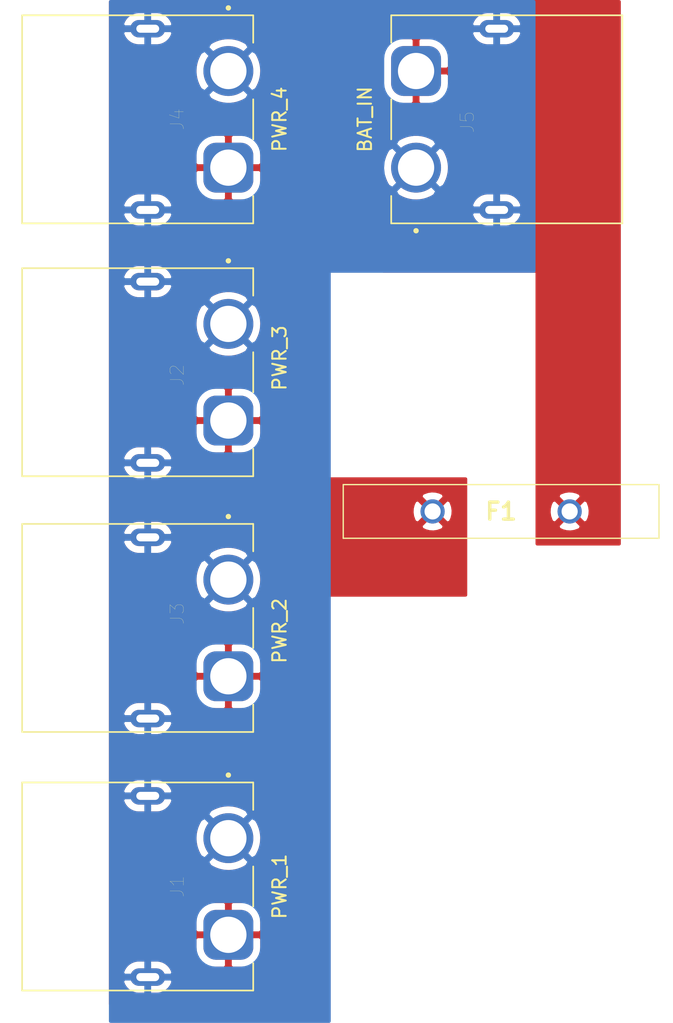
<source format=kicad_pcb>
(kicad_pcb (version 20171130) (host pcbnew "(5.1.9)-1")

  (general
    (thickness 1.6)
    (drawings 5)
    (tracks 0)
    (zones 0)
    (modules 6)
    (nets 4)
  )

  (page A4)
  (layers
    (0 F.Cu signal)
    (31 B.Cu signal)
    (32 B.Adhes user)
    (33 F.Adhes user)
    (34 B.Paste user)
    (35 F.Paste user)
    (36 B.SilkS user)
    (37 F.SilkS user)
    (38 B.Mask user)
    (39 F.Mask user)
    (40 Dwgs.User user)
    (41 Cmts.User user)
    (42 Eco1.User user)
    (43 Eco2.User user)
    (44 Edge.Cuts user)
    (45 Margin user)
    (46 B.CrtYd user)
    (47 F.CrtYd user)
    (48 B.Fab user)
    (49 F.Fab user)
  )

  (setup
    (last_trace_width 0.25)
    (trace_clearance 0.2)
    (zone_clearance 0.508)
    (zone_45_only no)
    (trace_min 0.2)
    (via_size 0.8)
    (via_drill 0.4)
    (via_min_size 0.4)
    (via_min_drill 0.3)
    (uvia_size 0.3)
    (uvia_drill 0.1)
    (uvias_allowed no)
    (uvia_min_size 0.2)
    (uvia_min_drill 0.1)
    (edge_width 0.05)
    (segment_width 0.2)
    (pcb_text_width 0.3)
    (pcb_text_size 1.5 1.5)
    (mod_edge_width 0.12)
    (mod_text_size 1 1)
    (mod_text_width 0.15)
    (pad_size 1.524 1.524)
    (pad_drill 0.762)
    (pad_to_mask_clearance 0)
    (aux_axis_origin 0 0)
    (visible_elements FFFFFF7F)
    (pcbplotparams
      (layerselection 0x010fc_ffffffff)
      (usegerberextensions false)
      (usegerberattributes true)
      (usegerberadvancedattributes true)
      (creategerberjobfile true)
      (excludeedgelayer true)
      (linewidth 0.100000)
      (plotframeref false)
      (viasonmask false)
      (mode 1)
      (useauxorigin false)
      (hpglpennumber 1)
      (hpglpenspeed 20)
      (hpglpendiameter 15.000000)
      (psnegative false)
      (psa4output false)
      (plotreference true)
      (plotvalue true)
      (plotinvisibletext false)
      (padsonsilk false)
      (subtractmaskfromsilk false)
      (outputformat 1)
      (mirror false)
      (drillshape 1)
      (scaleselection 1)
      (outputdirectory ""))
  )

  (net 0 "")
  (net 1 VCC)
  (net 2 +BATT)
  (net 3 GND)

  (net_class Default "This is the default net class."
    (clearance 0.2)
    (trace_width 0.25)
    (via_dia 0.8)
    (via_drill 0.4)
    (uvia_dia 0.3)
    (uvia_drill 0.1)
    (add_net +BATT)
    (add_net GND)
    (add_net VCC)
  )

  (module XT60PW-32:AMASS_XT60PW-F (layer F.Cu) (tedit 60CA1F7D) (tstamp 60CB39E1)
    (at 238.76 73.66 90)
    (path /60CA4C09)
    (fp_text reference J5 (at -0.21 3.81 90) (layer F.SilkS)
      (effects (font (size 1 1) (thickness 0.015)))
    )
    (fp_text value BAT_IN (at 1.14 16.385 90) (layer F.Fab)
      (effects (font (size 1 1) (thickness 0.015)))
    )
    (fp_circle (center -8.3 0) (end -8.2 0) (layer F.Fab) (width 0.2))
    (fp_circle (center -8.3 0) (end -8.2 0) (layer F.SilkS) (width 0.2))
    (fp_line (start -8 15.6) (end -8 -2.1) (layer F.CrtYd) (width 0.05))
    (fp_line (start 8 15.6) (end -8 15.6) (layer F.CrtYd) (width 0.05))
    (fp_line (start 8 -2.1) (end 8 15.6) (layer F.CrtYd) (width 0.05))
    (fp_line (start -8 -2.1) (end 8 -2.1) (layer F.CrtYd) (width 0.05))
    (fp_line (start -7.75 15.35) (end -7.75 -1.85) (layer F.SilkS) (width 0.127))
    (fp_line (start 7.75 15.35) (end -7.75 15.35) (layer F.SilkS) (width 0.127))
    (fp_line (start 7.75 -1.85) (end 7.75 15.35) (layer F.SilkS) (width 0.127))
    (fp_line (start 5.71 -1.85) (end 7.75 -1.85) (layer F.SilkS) (width 0.127))
    (fp_line (start -1.49 -1.85) (end 1.49 -1.85) (layer F.SilkS) (width 0.127))
    (fp_line (start -7.75 -1.85) (end -5.71 -1.85) (layer F.SilkS) (width 0.127))
    (fp_line (start -7.75 15.35) (end -7.75 -1.85) (layer F.Fab) (width 0.127))
    (fp_line (start 7.75 15.35) (end -7.75 15.35) (layer F.Fab) (width 0.127))
    (fp_line (start 7.75 -1.85) (end 7.75 15.35) (layer F.Fab) (width 0.127))
    (fp_line (start -7.75 -1.85) (end 7.75 -1.85) (layer F.Fab) (width 0.127))
    (pad S2 thru_hole oval (at 6.75 6 90) (size 1.3 2.6) (drill oval 0.6 1.7) (layers *.Cu *.Mask)
      (net 3 GND))
    (pad S1 thru_hole oval (at -6.75 6 90) (size 1.3 2.6) (drill oval 0.6 1.7) (layers *.Cu *.Mask)
      (net 3 GND))
    (pad 2 thru_hole roundrect (at 3.6 0 90) (size 3.716 3.716) (drill 2.7) (layers *.Cu *.Mask) (roundrect_rratio 0.25)
      (net 2 +BATT))
    (pad 1 thru_hole circle (at -3.6 0 90) (size 3.716 3.716) (drill 2.7) (layers *.Cu *.Mask)
      (net 3 GND))
    (model "C:/Users/Lian Li Spare/Downloads/XT60PW-M/XT60PW-M.step"
      (offset (xyz 0 -15.5 4))
      (scale (xyz 1 1 1))
      (rotate (xyz -90 0 0))
    )
  )

  (module XT60PW-32:AMASS_XT60PW-F (layer F.Cu) (tedit 60CA1F7D) (tstamp 60CB39C9)
    (at 224.79 73.66 270)
    (path /60CA43E8)
    (fp_text reference J4 (at 0 3.81 90) (layer F.SilkS)
      (effects (font (size 1 1) (thickness 0.015)))
    )
    (fp_text value PWR_4 (at 1.14 16.385 90) (layer F.Fab)
      (effects (font (size 1 1) (thickness 0.015)))
    )
    (fp_circle (center -8.3 0) (end -8.2 0) (layer F.Fab) (width 0.2))
    (fp_circle (center -8.3 0) (end -8.2 0) (layer F.SilkS) (width 0.2))
    (fp_line (start -8 15.6) (end -8 -2.1) (layer F.CrtYd) (width 0.05))
    (fp_line (start 8 15.6) (end -8 15.6) (layer F.CrtYd) (width 0.05))
    (fp_line (start 8 -2.1) (end 8 15.6) (layer F.CrtYd) (width 0.05))
    (fp_line (start -8 -2.1) (end 8 -2.1) (layer F.CrtYd) (width 0.05))
    (fp_line (start -7.75 15.35) (end -7.75 -1.85) (layer F.SilkS) (width 0.127))
    (fp_line (start 7.75 15.35) (end -7.75 15.35) (layer F.SilkS) (width 0.127))
    (fp_line (start 7.75 -1.85) (end 7.75 15.35) (layer F.SilkS) (width 0.127))
    (fp_line (start 5.71 -1.85) (end 7.75 -1.85) (layer F.SilkS) (width 0.127))
    (fp_line (start -1.49 -1.85) (end 1.49 -1.85) (layer F.SilkS) (width 0.127))
    (fp_line (start -7.75 -1.85) (end -5.71 -1.85) (layer F.SilkS) (width 0.127))
    (fp_line (start -7.75 15.35) (end -7.75 -1.85) (layer F.Fab) (width 0.127))
    (fp_line (start 7.75 15.35) (end -7.75 15.35) (layer F.Fab) (width 0.127))
    (fp_line (start 7.75 -1.85) (end 7.75 15.35) (layer F.Fab) (width 0.127))
    (fp_line (start -7.75 -1.85) (end 7.75 -1.85) (layer F.Fab) (width 0.127))
    (pad S2 thru_hole oval (at 6.75 6 270) (size 1.3 2.6) (drill oval 0.6 1.7) (layers *.Cu *.Mask)
      (net 3 GND))
    (pad S1 thru_hole oval (at -6.75 6 270) (size 1.3 2.6) (drill oval 0.6 1.7) (layers *.Cu *.Mask)
      (net 3 GND))
    (pad 2 thru_hole roundrect (at 3.6 0 270) (size 3.716 3.716) (drill 2.7) (layers *.Cu *.Mask) (roundrect_rratio 0.25)
      (net 1 VCC))
    (pad 1 thru_hole circle (at -3.6 0 270) (size 3.716 3.716) (drill 2.7) (layers *.Cu *.Mask)
      (net 3 GND))
    (model "C:/Users/Lian Li Spare/Downloads/XT60PW-F/XT60PW-F.step"
      (offset (xyz 0 -15.5 4))
      (scale (xyz 1 1 1))
      (rotate (xyz -90 0 0))
    )
  )

  (module XT60PW-32:AMASS_XT60PW-F (layer F.Cu) (tedit 60CA1F7D) (tstamp 60CB39B1)
    (at 224.79 111.55 270)
    (path /60CA3E99)
    (fp_text reference J3 (at -1.06 3.81 90) (layer F.SilkS)
      (effects (font (size 1 1) (thickness 0.015)))
    )
    (fp_text value PWR_3 (at 1.14 16.385 90) (layer F.Fab)
      (effects (font (size 1 1) (thickness 0.015)))
    )
    (fp_circle (center -8.3 0) (end -8.2 0) (layer F.Fab) (width 0.2))
    (fp_circle (center -8.3 0) (end -8.2 0) (layer F.SilkS) (width 0.2))
    (fp_line (start -8 15.6) (end -8 -2.1) (layer F.CrtYd) (width 0.05))
    (fp_line (start 8 15.6) (end -8 15.6) (layer F.CrtYd) (width 0.05))
    (fp_line (start 8 -2.1) (end 8 15.6) (layer F.CrtYd) (width 0.05))
    (fp_line (start -8 -2.1) (end 8 -2.1) (layer F.CrtYd) (width 0.05))
    (fp_line (start -7.75 15.35) (end -7.75 -1.85) (layer F.SilkS) (width 0.127))
    (fp_line (start 7.75 15.35) (end -7.75 15.35) (layer F.SilkS) (width 0.127))
    (fp_line (start 7.75 -1.85) (end 7.75 15.35) (layer F.SilkS) (width 0.127))
    (fp_line (start 5.71 -1.85) (end 7.75 -1.85) (layer F.SilkS) (width 0.127))
    (fp_line (start -1.49 -1.85) (end 1.49 -1.85) (layer F.SilkS) (width 0.127))
    (fp_line (start -7.75 -1.85) (end -5.71 -1.85) (layer F.SilkS) (width 0.127))
    (fp_line (start -7.75 15.35) (end -7.75 -1.85) (layer F.Fab) (width 0.127))
    (fp_line (start 7.75 15.35) (end -7.75 15.35) (layer F.Fab) (width 0.127))
    (fp_line (start 7.75 -1.85) (end 7.75 15.35) (layer F.Fab) (width 0.127))
    (fp_line (start -7.75 -1.85) (end 7.75 -1.85) (layer F.Fab) (width 0.127))
    (pad S2 thru_hole oval (at 6.75 6 270) (size 1.3 2.6) (drill oval 0.6 1.7) (layers *.Cu *.Mask)
      (net 3 GND))
    (pad S1 thru_hole oval (at -6.75 6 270) (size 1.3 2.6) (drill oval 0.6 1.7) (layers *.Cu *.Mask)
      (net 3 GND))
    (pad 2 thru_hole roundrect (at 3.6 0 270) (size 3.716 3.716) (drill 2.7) (layers *.Cu *.Mask) (roundrect_rratio 0.25)
      (net 1 VCC))
    (pad 1 thru_hole circle (at -3.6 0 270) (size 3.716 3.716) (drill 2.7) (layers *.Cu *.Mask)
      (net 3 GND))
    (model "C:/Users/Lian Li Spare/Downloads/XT60PW-F/XT60PW-F.step"
      (offset (xyz 0 -15.5 4))
      (scale (xyz 1 1 1))
      (rotate (xyz -90 0 0))
    )
  )

  (module XT60PW-32:AMASS_XT60PW-F (layer F.Cu) (tedit 60CA1F7D) (tstamp 60CB3999)
    (at 224.79 92.5 270)
    (path /60CA3AC6)
    (fp_text reference J2 (at 0.21 3.81 90) (layer F.SilkS)
      (effects (font (size 1 1) (thickness 0.015)))
    )
    (fp_text value PWR_2 (at 1.14 16.385 90) (layer F.Fab)
      (effects (font (size 1 1) (thickness 0.015)))
    )
    (fp_circle (center -8.3 0) (end -8.2 0) (layer F.Fab) (width 0.2))
    (fp_circle (center -8.3 0) (end -8.2 0) (layer F.SilkS) (width 0.2))
    (fp_line (start -8 15.6) (end -8 -2.1) (layer F.CrtYd) (width 0.05))
    (fp_line (start 8 15.6) (end -8 15.6) (layer F.CrtYd) (width 0.05))
    (fp_line (start 8 -2.1) (end 8 15.6) (layer F.CrtYd) (width 0.05))
    (fp_line (start -8 -2.1) (end 8 -2.1) (layer F.CrtYd) (width 0.05))
    (fp_line (start -7.75 15.35) (end -7.75 -1.85) (layer F.SilkS) (width 0.127))
    (fp_line (start 7.75 15.35) (end -7.75 15.35) (layer F.SilkS) (width 0.127))
    (fp_line (start 7.75 -1.85) (end 7.75 15.35) (layer F.SilkS) (width 0.127))
    (fp_line (start 5.71 -1.85) (end 7.75 -1.85) (layer F.SilkS) (width 0.127))
    (fp_line (start -1.49 -1.85) (end 1.49 -1.85) (layer F.SilkS) (width 0.127))
    (fp_line (start -7.75 -1.85) (end -5.71 -1.85) (layer F.SilkS) (width 0.127))
    (fp_line (start -7.75 15.35) (end -7.75 -1.85) (layer F.Fab) (width 0.127))
    (fp_line (start 7.75 15.35) (end -7.75 15.35) (layer F.Fab) (width 0.127))
    (fp_line (start 7.75 -1.85) (end 7.75 15.35) (layer F.Fab) (width 0.127))
    (fp_line (start -7.75 -1.85) (end 7.75 -1.85) (layer F.Fab) (width 0.127))
    (pad S2 thru_hole oval (at 6.75 6 270) (size 1.3 2.6) (drill oval 0.6 1.7) (layers *.Cu *.Mask)
      (net 3 GND))
    (pad S1 thru_hole oval (at -6.75 6 270) (size 1.3 2.6) (drill oval 0.6 1.7) (layers *.Cu *.Mask)
      (net 3 GND))
    (pad 2 thru_hole roundrect (at 3.6 0 270) (size 3.716 3.716) (drill 2.7) (layers *.Cu *.Mask) (roundrect_rratio 0.25)
      (net 1 VCC))
    (pad 1 thru_hole circle (at -3.6 0 270) (size 3.716 3.716) (drill 2.7) (layers *.Cu *.Mask)
      (net 3 GND))
    (model "C:/Users/Lian Li Spare/Downloads/XT60PW-F/XT60PW-F.step"
      (offset (xyz 0 -15.5 4))
      (scale (xyz 1 1 1))
      (rotate (xyz -90 0 0))
    )
  )

  (module XT60PW-32:AMASS_XT60PW-F (layer F.Cu) (tedit 60CA1F7D) (tstamp 60CB3981)
    (at 224.79 130.81 270)
    (path /60CA20AC)
    (fp_text reference J1 (at 0 3.81 90) (layer F.SilkS)
      (effects (font (size 1 1) (thickness 0.015)))
    )
    (fp_text value PWR_1 (at 1.14 16.385 90) (layer F.Fab)
      (effects (font (size 1 1) (thickness 0.015)))
    )
    (fp_circle (center -8.3 0) (end -8.2 0) (layer F.Fab) (width 0.2))
    (fp_circle (center -8.3 0) (end -8.2 0) (layer F.SilkS) (width 0.2))
    (fp_line (start -8 15.6) (end -8 -2.1) (layer F.CrtYd) (width 0.05))
    (fp_line (start 8 15.6) (end -8 15.6) (layer F.CrtYd) (width 0.05))
    (fp_line (start 8 -2.1) (end 8 15.6) (layer F.CrtYd) (width 0.05))
    (fp_line (start -8 -2.1) (end 8 -2.1) (layer F.CrtYd) (width 0.05))
    (fp_line (start -7.75 15.35) (end -7.75 -1.85) (layer F.SilkS) (width 0.127))
    (fp_line (start 7.75 15.35) (end -7.75 15.35) (layer F.SilkS) (width 0.127))
    (fp_line (start 7.75 -1.85) (end 7.75 15.35) (layer F.SilkS) (width 0.127))
    (fp_line (start 5.71 -1.85) (end 7.75 -1.85) (layer F.SilkS) (width 0.127))
    (fp_line (start -1.49 -1.85) (end 1.49 -1.85) (layer F.SilkS) (width 0.127))
    (fp_line (start -7.75 -1.85) (end -5.71 -1.85) (layer F.SilkS) (width 0.127))
    (fp_line (start -7.75 15.35) (end -7.75 -1.85) (layer F.Fab) (width 0.127))
    (fp_line (start 7.75 15.35) (end -7.75 15.35) (layer F.Fab) (width 0.127))
    (fp_line (start 7.75 -1.85) (end 7.75 15.35) (layer F.Fab) (width 0.127))
    (fp_line (start -7.75 -1.85) (end 7.75 -1.85) (layer F.Fab) (width 0.127))
    (pad S2 thru_hole oval (at 6.75 6 270) (size 1.3 2.6) (drill oval 0.6 1.7) (layers *.Cu *.Mask)
      (net 3 GND))
    (pad S1 thru_hole oval (at -6.75 6 270) (size 1.3 2.6) (drill oval 0.6 1.7) (layers *.Cu *.Mask)
      (net 3 GND))
    (pad 2 thru_hole roundrect (at 3.6 0 270) (size 3.716 3.716) (drill 2.7) (layers *.Cu *.Mask) (roundrect_rratio 0.25)
      (net 1 VCC))
    (pad 1 thru_hole circle (at -3.6 0 270) (size 3.716 3.716) (drill 2.7) (layers *.Cu *.Mask)
      (net 3 GND))
    (model "C:/Users/Lian Li Spare/Downloads/XT60PW-F/XT60PW-F.step"
      (offset (xyz 0 -15.5 4))
      (scale (xyz 1 1 1))
      (rotate (xyz -90 0 0))
    )
  )

  (module SamacSys_Parts:0ZRS1000FF1A (layer F.Cu) (tedit 0) (tstamp 60CB3969)
    (at 250.19 102.87 180)
    (descr 0ZRS1000FF1A-3)
    (tags Fuse)
    (path /60CA1443)
    (fp_text reference F1 (at 5.1 0) (layer F.SilkS)
      (effects (font (size 1.27 1.27) (thickness 0.254)))
    )
    (fp_text value 0ZRS1000FF1A (at 5.1 0) (layer F.SilkS) hide
      (effects (font (size 1.27 1.27) (thickness 0.254)))
    )
    (fp_text user %R (at 5.1 0) (layer F.Fab)
      (effects (font (size 1.27 1.27) (thickness 0.254)))
    )
    (fp_line (start -6.65 -2) (end 16.85 -2) (layer F.Fab) (width 0.2))
    (fp_line (start 16.85 -2) (end 16.85 2) (layer F.Fab) (width 0.2))
    (fp_line (start 16.85 2) (end -6.65 2) (layer F.Fab) (width 0.2))
    (fp_line (start -6.65 2) (end -6.65 -2) (layer F.Fab) (width 0.2))
    (fp_line (start -6.65 -2) (end 16.85 -2) (layer F.SilkS) (width 0.1))
    (fp_line (start 16.85 -2) (end 16.85 2) (layer F.SilkS) (width 0.1))
    (fp_line (start 16.85 2) (end -6.65 2) (layer F.SilkS) (width 0.1))
    (fp_line (start -6.65 2) (end -6.65 -2) (layer F.SilkS) (width 0.1))
    (fp_line (start -7.65 -3) (end 17.85 -3) (layer F.CrtYd) (width 0.1))
    (fp_line (start 17.85 -3) (end 17.85 3) (layer F.CrtYd) (width 0.1))
    (fp_line (start 17.85 3) (end -7.65 3) (layer F.CrtYd) (width 0.1))
    (fp_line (start -7.65 3) (end -7.65 -3) (layer F.CrtYd) (width 0.1))
    (pad 2 thru_hole circle (at 10.2 0 180) (size 1.8 1.8) (drill 1.2) (layers *.Cu *.Mask)
      (net 1 VCC))
    (pad 1 thru_hole circle (at 0 0 180) (size 1.8 1.8) (drill 1.2) (layers *.Cu *.Mask)
      (net 2 +BATT))
    (model "C:\\Projects\\KiCad Libraries\\SamacSys_Parts.3dshapes\\0ZRS1000FF1A.stp"
      (at (xyz 0 0 0))
      (scale (xyz 1 1 1))
      (rotate (xyz 0 0 0))
    )
  )

  (gr_text "BAT_IN\n" (at 234.95 73.66 90) (layer F.SilkS)
    (effects (font (size 1 1) (thickness 0.15)))
  )
  (gr_text "PWR_4\n" (at 228.6 73.66 90) (layer F.SilkS)
    (effects (font (size 1 1) (thickness 0.15)))
  )
  (gr_text PWR_3 (at 228.6 91.44 90) (layer F.SilkS)
    (effects (font (size 1 1) (thickness 0.15)))
  )
  (gr_text "PWR_2\n" (at 228.6 111.76 90) (layer F.SilkS)
    (effects (font (size 1 1) (thickness 0.15)))
  )
  (gr_text "PWR_1\n" (at 228.6 130.81 90) (layer F.SilkS)
    (effects (font (size 1 1) (thickness 0.15)))
  )

  (zone (net 1) (net_name VCC) (layer F.Cu) (tstamp 60CB3FA9) (hatch edge 0.508)
    (connect_pads (clearance 0.508))
    (min_thickness 0.254)
    (fill yes (arc_segments 32) (thermal_gap 0.508) (thermal_bridge_width 0.508))
    (polygon
      (pts
        (xy 231.14 100.33) (xy 242.57 100.33) (xy 242.57 109.22) (xy 231.14 109.22) (xy 231.14 139.7)
        (xy 215.9 139.7) (xy 215.9 64.77) (xy 231.14 64.77)
      )
    )
    (filled_polygon
      (pts
        (xy 231.013 100.33) (xy 231.01544 100.354776) (xy 231.022667 100.378601) (xy 231.034403 100.400557) (xy 231.050197 100.419803)
        (xy 231.069443 100.435597) (xy 231.091399 100.447333) (xy 231.115224 100.45456) (xy 231.14 100.457) (xy 242.443 100.457)
        (xy 242.443 109.093) (xy 231.14 109.093) (xy 231.115224 109.09544) (xy 231.091399 109.102667) (xy 231.069443 109.114403)
        (xy 231.050197 109.130197) (xy 231.034403 109.149443) (xy 231.022667 109.171399) (xy 231.01544 109.195224) (xy 231.013 109.22)
        (xy 231.013 139.573) (xy 216.027 139.573) (xy 216.027 137.56) (xy 216.848783 137.56) (xy 216.873593 137.811904)
        (xy 216.947071 138.054127) (xy 217.066392 138.277362) (xy 217.226972 138.473028) (xy 217.422638 138.633608) (xy 217.645873 138.752929)
        (xy 217.888096 138.826407) (xy 218.076877 138.845) (xy 219.503123 138.845) (xy 219.691904 138.826407) (xy 219.934127 138.752929)
        (xy 220.157362 138.633608) (xy 220.353028 138.473028) (xy 220.513608 138.277362) (xy 220.632929 138.054127) (xy 220.706407 137.811904)
        (xy 220.731217 137.56) (xy 220.706407 137.308096) (xy 220.632929 137.065873) (xy 220.513608 136.842638) (xy 220.353028 136.646972)
        (xy 220.157362 136.486392) (xy 219.934127 136.367071) (xy 219.691904 136.293593) (xy 219.503123 136.275) (xy 218.076877 136.275)
        (xy 217.888096 136.293593) (xy 217.645873 136.367071) (xy 217.422638 136.486392) (xy 217.226972 136.646972) (xy 217.066392 136.842638)
        (xy 216.947071 137.065873) (xy 216.873593 137.308096) (xy 216.848783 137.56) (xy 216.027 137.56) (xy 216.027 136.268)
        (xy 222.293928 136.268) (xy 222.306188 136.392482) (xy 222.342498 136.51218) (xy 222.401463 136.622494) (xy 222.480815 136.719185)
        (xy 222.577506 136.798537) (xy 222.68782 136.857502) (xy 222.807518 136.893812) (xy 222.932 136.906072) (xy 224.50425 136.903)
        (xy 224.663 136.74425) (xy 224.663 134.537) (xy 224.917 134.537) (xy 224.917 136.74425) (xy 225.07575 136.903)
        (xy 226.648 136.906072) (xy 226.772482 136.893812) (xy 226.89218 136.857502) (xy 227.002494 136.798537) (xy 227.099185 136.719185)
        (xy 227.178537 136.622494) (xy 227.237502 136.51218) (xy 227.273812 136.392482) (xy 227.286072 136.268) (xy 227.283 134.69575)
        (xy 227.12425 134.537) (xy 224.917 134.537) (xy 224.663 134.537) (xy 222.45575 134.537) (xy 222.297 134.69575)
        (xy 222.293928 136.268) (xy 216.027 136.268) (xy 216.027 132.552) (xy 222.293928 132.552) (xy 222.297 134.12425)
        (xy 222.45575 134.283) (xy 224.663 134.283) (xy 224.663 132.07575) (xy 224.917 132.07575) (xy 224.917 134.283)
        (xy 227.12425 134.283) (xy 227.283 134.12425) (xy 227.286072 132.552) (xy 227.273812 132.427518) (xy 227.237502 132.30782)
        (xy 227.178537 132.197506) (xy 227.099185 132.100815) (xy 227.002494 132.021463) (xy 226.89218 131.962498) (xy 226.772482 131.926188)
        (xy 226.648 131.913928) (xy 225.07575 131.917) (xy 224.917 132.07575) (xy 224.663 132.07575) (xy 224.50425 131.917)
        (xy 222.932 131.913928) (xy 222.807518 131.926188) (xy 222.68782 131.962498) (xy 222.577506 132.021463) (xy 222.480815 132.100815)
        (xy 222.401463 132.197506) (xy 222.342498 132.30782) (xy 222.306188 132.427518) (xy 222.293928 132.552) (xy 216.027 132.552)
        (xy 216.027 126.964461) (xy 222.297 126.964461) (xy 222.297 127.455539) (xy 222.392804 127.937181) (xy 222.580732 128.390879)
        (xy 222.85356 128.799195) (xy 223.200805 129.14644) (xy 223.609121 129.419268) (xy 224.062819 129.607196) (xy 224.544461 129.703)
        (xy 225.035539 129.703) (xy 225.517181 129.607196) (xy 225.970879 129.419268) (xy 226.379195 129.14644) (xy 226.72644 128.799195)
        (xy 226.999268 128.390879) (xy 227.187196 127.937181) (xy 227.283 127.455539) (xy 227.283 126.964461) (xy 227.187196 126.482819)
        (xy 226.999268 126.029121) (xy 226.72644 125.620805) (xy 226.379195 125.27356) (xy 225.970879 125.000732) (xy 225.517181 124.812804)
        (xy 225.035539 124.717) (xy 224.544461 124.717) (xy 224.062819 124.812804) (xy 223.609121 125.000732) (xy 223.200805 125.27356)
        (xy 222.85356 125.620805) (xy 222.580732 126.029121) (xy 222.392804 126.482819) (xy 222.297 126.964461) (xy 216.027 126.964461)
        (xy 216.027 124.06) (xy 216.848783 124.06) (xy 216.873593 124.311904) (xy 216.947071 124.554127) (xy 217.066392 124.777362)
        (xy 217.226972 124.973028) (xy 217.422638 125.133608) (xy 217.645873 125.252929) (xy 217.888096 125.326407) (xy 218.076877 125.345)
        (xy 219.503123 125.345) (xy 219.691904 125.326407) (xy 219.934127 125.252929) (xy 220.157362 125.133608) (xy 220.353028 124.973028)
        (xy 220.513608 124.777362) (xy 220.632929 124.554127) (xy 220.706407 124.311904) (xy 220.731217 124.06) (xy 220.706407 123.808096)
        (xy 220.632929 123.565873) (xy 220.513608 123.342638) (xy 220.353028 123.146972) (xy 220.157362 122.986392) (xy 219.934127 122.867071)
        (xy 219.691904 122.793593) (xy 219.503123 122.775) (xy 218.076877 122.775) (xy 217.888096 122.793593) (xy 217.645873 122.867071)
        (xy 217.422638 122.986392) (xy 217.226972 123.146972) (xy 217.066392 123.342638) (xy 216.947071 123.565873) (xy 216.873593 123.808096)
        (xy 216.848783 124.06) (xy 216.027 124.06) (xy 216.027 118.3) (xy 216.848783 118.3) (xy 216.873593 118.551904)
        (xy 216.947071 118.794127) (xy 217.066392 119.017362) (xy 217.226972 119.213028) (xy 217.422638 119.373608) (xy 217.645873 119.492929)
        (xy 217.888096 119.566407) (xy 218.076877 119.585) (xy 219.503123 119.585) (xy 219.691904 119.566407) (xy 219.934127 119.492929)
        (xy 220.157362 119.373608) (xy 220.353028 119.213028) (xy 220.513608 119.017362) (xy 220.632929 118.794127) (xy 220.706407 118.551904)
        (xy 220.731217 118.3) (xy 220.706407 118.048096) (xy 220.632929 117.805873) (xy 220.513608 117.582638) (xy 220.353028 117.386972)
        (xy 220.157362 117.226392) (xy 219.934127 117.107071) (xy 219.691904 117.033593) (xy 219.503123 117.015) (xy 218.076877 117.015)
        (xy 217.888096 117.033593) (xy 217.645873 117.107071) (xy 217.422638 117.226392) (xy 217.226972 117.386972) (xy 217.066392 117.582638)
        (xy 216.947071 117.805873) (xy 216.873593 118.048096) (xy 216.848783 118.3) (xy 216.027 118.3) (xy 216.027 117.008)
        (xy 222.293928 117.008) (xy 222.306188 117.132482) (xy 222.342498 117.25218) (xy 222.401463 117.362494) (xy 222.480815 117.459185)
        (xy 222.577506 117.538537) (xy 222.68782 117.597502) (xy 222.807518 117.633812) (xy 222.932 117.646072) (xy 224.50425 117.643)
        (xy 224.663 117.48425) (xy 224.663 115.277) (xy 224.917 115.277) (xy 224.917 117.48425) (xy 225.07575 117.643)
        (xy 226.648 117.646072) (xy 226.772482 117.633812) (xy 226.89218 117.597502) (xy 227.002494 117.538537) (xy 227.099185 117.459185)
        (xy 227.178537 117.362494) (xy 227.237502 117.25218) (xy 227.273812 117.132482) (xy 227.286072 117.008) (xy 227.283 115.43575)
        (xy 227.12425 115.277) (xy 224.917 115.277) (xy 224.663 115.277) (xy 222.45575 115.277) (xy 222.297 115.43575)
        (xy 222.293928 117.008) (xy 216.027 117.008) (xy 216.027 113.292) (xy 222.293928 113.292) (xy 222.297 114.86425)
        (xy 222.45575 115.023) (xy 224.663 115.023) (xy 224.663 112.81575) (xy 224.917 112.81575) (xy 224.917 115.023)
        (xy 227.12425 115.023) (xy 227.283 114.86425) (xy 227.286072 113.292) (xy 227.273812 113.167518) (xy 227.237502 113.04782)
        (xy 227.178537 112.937506) (xy 227.099185 112.840815) (xy 227.002494 112.761463) (xy 226.89218 112.702498) (xy 226.772482 112.666188)
        (xy 226.648 112.653928) (xy 225.07575 112.657) (xy 224.917 112.81575) (xy 224.663 112.81575) (xy 224.50425 112.657)
        (xy 222.932 112.653928) (xy 222.807518 112.666188) (xy 222.68782 112.702498) (xy 222.577506 112.761463) (xy 222.480815 112.840815)
        (xy 222.401463 112.937506) (xy 222.342498 113.04782) (xy 222.306188 113.167518) (xy 222.293928 113.292) (xy 216.027 113.292)
        (xy 216.027 107.704461) (xy 222.297 107.704461) (xy 222.297 108.195539) (xy 222.392804 108.677181) (xy 222.580732 109.130879)
        (xy 222.85356 109.539195) (xy 223.200805 109.88644) (xy 223.609121 110.159268) (xy 224.062819 110.347196) (xy 224.544461 110.443)
        (xy 225.035539 110.443) (xy 225.517181 110.347196) (xy 225.970879 110.159268) (xy 226.379195 109.88644) (xy 226.72644 109.539195)
        (xy 226.999268 109.130879) (xy 227.187196 108.677181) (xy 227.283 108.195539) (xy 227.283 107.704461) (xy 227.187196 107.222819)
        (xy 226.999268 106.769121) (xy 226.72644 106.360805) (xy 226.379195 106.01356) (xy 225.970879 105.740732) (xy 225.517181 105.552804)
        (xy 225.035539 105.457) (xy 224.544461 105.457) (xy 224.062819 105.552804) (xy 223.609121 105.740732) (xy 223.200805 106.01356)
        (xy 222.85356 106.360805) (xy 222.580732 106.769121) (xy 222.392804 107.222819) (xy 222.297 107.704461) (xy 216.027 107.704461)
        (xy 216.027 104.8) (xy 216.848783 104.8) (xy 216.873593 105.051904) (xy 216.947071 105.294127) (xy 217.066392 105.517362)
        (xy 217.226972 105.713028) (xy 217.422638 105.873608) (xy 217.645873 105.992929) (xy 217.888096 106.066407) (xy 218.076877 106.085)
        (xy 219.503123 106.085) (xy 219.691904 106.066407) (xy 219.934127 105.992929) (xy 220.157362 105.873608) (xy 220.353028 105.713028)
        (xy 220.513608 105.517362) (xy 220.632929 105.294127) (xy 220.706407 105.051904) (xy 220.731217 104.8) (xy 220.706407 104.548096)
        (xy 220.632929 104.305873) (xy 220.513608 104.082638) (xy 220.391689 103.93408) (xy 239.105525 103.93408) (xy 239.189208 104.188261)
        (xy 239.461775 104.319158) (xy 239.754642 104.394365) (xy 240.056553 104.410991) (xy 240.355907 104.368397) (xy 240.641199 104.268222)
        (xy 240.790792 104.188261) (xy 240.874475 103.93408) (xy 239.99 103.049605) (xy 239.105525 103.93408) (xy 220.391689 103.93408)
        (xy 220.353028 103.886972) (xy 220.157362 103.726392) (xy 219.934127 103.607071) (xy 219.691904 103.533593) (xy 219.503123 103.515)
        (xy 218.076877 103.515) (xy 217.888096 103.533593) (xy 217.645873 103.607071) (xy 217.422638 103.726392) (xy 217.226972 103.886972)
        (xy 217.066392 104.082638) (xy 216.947071 104.305873) (xy 216.873593 104.548096) (xy 216.848783 104.8) (xy 216.027 104.8)
        (xy 216.027 102.936553) (xy 238.449009 102.936553) (xy 238.491603 103.235907) (xy 238.591778 103.521199) (xy 238.671739 103.670792)
        (xy 238.92592 103.754475) (xy 239.810395 102.87) (xy 240.169605 102.87) (xy 241.05408 103.754475) (xy 241.308261 103.670792)
        (xy 241.439158 103.398225) (xy 241.514365 103.105358) (xy 241.530991 102.803447) (xy 241.488397 102.504093) (xy 241.388222 102.218801)
        (xy 241.308261 102.069208) (xy 241.05408 101.985525) (xy 240.169605 102.87) (xy 239.810395 102.87) (xy 238.92592 101.985525)
        (xy 238.671739 102.069208) (xy 238.540842 102.341775) (xy 238.465635 102.634642) (xy 238.449009 102.936553) (xy 216.027 102.936553)
        (xy 216.027 101.80592) (xy 239.105525 101.80592) (xy 239.99 102.690395) (xy 240.874475 101.80592) (xy 240.790792 101.551739)
        (xy 240.518225 101.420842) (xy 240.225358 101.345635) (xy 239.923447 101.329009) (xy 239.624093 101.371603) (xy 239.338801 101.471778)
        (xy 239.189208 101.551739) (xy 239.105525 101.80592) (xy 216.027 101.80592) (xy 216.027 99.25) (xy 216.848783 99.25)
        (xy 216.873593 99.501904) (xy 216.947071 99.744127) (xy 217.066392 99.967362) (xy 217.226972 100.163028) (xy 217.422638 100.323608)
        (xy 217.645873 100.442929) (xy 217.888096 100.516407) (xy 218.076877 100.535) (xy 219.503123 100.535) (xy 219.691904 100.516407)
        (xy 219.934127 100.442929) (xy 220.157362 100.323608) (xy 220.353028 100.163028) (xy 220.513608 99.967362) (xy 220.632929 99.744127)
        (xy 220.706407 99.501904) (xy 220.731217 99.25) (xy 220.706407 98.998096) (xy 220.632929 98.755873) (xy 220.513608 98.532638)
        (xy 220.353028 98.336972) (xy 220.157362 98.176392) (xy 219.934127 98.057071) (xy 219.691904 97.983593) (xy 219.503123 97.965)
        (xy 218.076877 97.965) (xy 217.888096 97.983593) (xy 217.645873 98.057071) (xy 217.422638 98.176392) (xy 217.226972 98.336972)
        (xy 217.066392 98.532638) (xy 216.947071 98.755873) (xy 216.873593 98.998096) (xy 216.848783 99.25) (xy 216.027 99.25)
        (xy 216.027 97.958) (xy 222.293928 97.958) (xy 222.306188 98.082482) (xy 222.342498 98.20218) (xy 222.401463 98.312494)
        (xy 222.480815 98.409185) (xy 222.577506 98.488537) (xy 222.68782 98.547502) (xy 222.807518 98.583812) (xy 222.932 98.596072)
        (xy 224.50425 98.593) (xy 224.663 98.43425) (xy 224.663 96.227) (xy 224.917 96.227) (xy 224.917 98.43425)
        (xy 225.07575 98.593) (xy 226.648 98.596072) (xy 226.772482 98.583812) (xy 226.89218 98.547502) (xy 227.002494 98.488537)
        (xy 227.099185 98.409185) (xy 227.178537 98.312494) (xy 227.237502 98.20218) (xy 227.273812 98.082482) (xy 227.286072 97.958)
        (xy 227.283 96.38575) (xy 227.12425 96.227) (xy 224.917 96.227) (xy 224.663 96.227) (xy 222.45575 96.227)
        (xy 222.297 96.38575) (xy 222.293928 97.958) (xy 216.027 97.958) (xy 216.027 94.242) (xy 222.293928 94.242)
        (xy 222.297 95.81425) (xy 222.45575 95.973) (xy 224.663 95.973) (xy 224.663 93.76575) (xy 224.917 93.76575)
        (xy 224.917 95.973) (xy 227.12425 95.973) (xy 227.283 95.81425) (xy 227.286072 94.242) (xy 227.273812 94.117518)
        (xy 227.237502 93.99782) (xy 227.178537 93.887506) (xy 227.099185 93.790815) (xy 227.002494 93.711463) (xy 226.89218 93.652498)
        (xy 226.772482 93.616188) (xy 226.648 93.603928) (xy 225.07575 93.607) (xy 224.917 93.76575) (xy 224.663 93.76575)
        (xy 224.50425 93.607) (xy 222.932 93.603928) (xy 222.807518 93.616188) (xy 222.68782 93.652498) (xy 222.577506 93.711463)
        (xy 222.480815 93.790815) (xy 222.401463 93.887506) (xy 222.342498 93.99782) (xy 222.306188 94.117518) (xy 222.293928 94.242)
        (xy 216.027 94.242) (xy 216.027 88.654461) (xy 222.297 88.654461) (xy 222.297 89.145539) (xy 222.392804 89.627181)
        (xy 222.580732 90.080879) (xy 222.85356 90.489195) (xy 223.200805 90.83644) (xy 223.609121 91.109268) (xy 224.062819 91.297196)
        (xy 224.544461 91.393) (xy 225.035539 91.393) (xy 225.517181 91.297196) (xy 225.970879 91.109268) (xy 226.379195 90.83644)
        (xy 226.72644 90.489195) (xy 226.999268 90.080879) (xy 227.187196 89.627181) (xy 227.283 89.145539) (xy 227.283 88.654461)
        (xy 227.187196 88.172819) (xy 226.999268 87.719121) (xy 226.72644 87.310805) (xy 226.379195 86.96356) (xy 225.970879 86.690732)
        (xy 225.517181 86.502804) (xy 225.035539 86.407) (xy 224.544461 86.407) (xy 224.062819 86.502804) (xy 223.609121 86.690732)
        (xy 223.200805 86.96356) (xy 222.85356 87.310805) (xy 222.580732 87.719121) (xy 222.392804 88.172819) (xy 222.297 88.654461)
        (xy 216.027 88.654461) (xy 216.027 85.75) (xy 216.848783 85.75) (xy 216.873593 86.001904) (xy 216.947071 86.244127)
        (xy 217.066392 86.467362) (xy 217.226972 86.663028) (xy 217.422638 86.823608) (xy 217.645873 86.942929) (xy 217.888096 87.016407)
        (xy 218.076877 87.035) (xy 219.503123 87.035) (xy 219.691904 87.016407) (xy 219.934127 86.942929) (xy 220.157362 86.823608)
        (xy 220.353028 86.663028) (xy 220.513608 86.467362) (xy 220.632929 86.244127) (xy 220.706407 86.001904) (xy 220.731217 85.75)
        (xy 220.706407 85.498096) (xy 220.632929 85.255873) (xy 220.513608 85.032638) (xy 220.353028 84.836972) (xy 220.157362 84.676392)
        (xy 219.934127 84.557071) (xy 219.691904 84.483593) (xy 219.503123 84.465) (xy 218.076877 84.465) (xy 217.888096 84.483593)
        (xy 217.645873 84.557071) (xy 217.422638 84.676392) (xy 217.226972 84.836972) (xy 217.066392 85.032638) (xy 216.947071 85.255873)
        (xy 216.873593 85.498096) (xy 216.848783 85.75) (xy 216.027 85.75) (xy 216.027 80.41) (xy 216.848783 80.41)
        (xy 216.873593 80.661904) (xy 216.947071 80.904127) (xy 217.066392 81.127362) (xy 217.226972 81.323028) (xy 217.422638 81.483608)
        (xy 217.645873 81.602929) (xy 217.888096 81.676407) (xy 218.076877 81.695) (xy 219.503123 81.695) (xy 219.691904 81.676407)
        (xy 219.934127 81.602929) (xy 220.157362 81.483608) (xy 220.353028 81.323028) (xy 220.513608 81.127362) (xy 220.632929 80.904127)
        (xy 220.706407 80.661904) (xy 220.731217 80.41) (xy 220.706407 80.158096) (xy 220.632929 79.915873) (xy 220.513608 79.692638)
        (xy 220.353028 79.496972) (xy 220.157362 79.336392) (xy 219.934127 79.217071) (xy 219.691904 79.143593) (xy 219.503123 79.125)
        (xy 218.076877 79.125) (xy 217.888096 79.143593) (xy 217.645873 79.217071) (xy 217.422638 79.336392) (xy 217.226972 79.496972)
        (xy 217.066392 79.692638) (xy 216.947071 79.915873) (xy 216.873593 80.158096) (xy 216.848783 80.41) (xy 216.027 80.41)
        (xy 216.027 79.118) (xy 222.293928 79.118) (xy 222.306188 79.242482) (xy 222.342498 79.36218) (xy 222.401463 79.472494)
        (xy 222.480815 79.569185) (xy 222.577506 79.648537) (xy 222.68782 79.707502) (xy 222.807518 79.743812) (xy 222.932 79.756072)
        (xy 224.50425 79.753) (xy 224.663 79.59425) (xy 224.663 77.387) (xy 224.917 77.387) (xy 224.917 79.59425)
        (xy 225.07575 79.753) (xy 226.648 79.756072) (xy 226.772482 79.743812) (xy 226.89218 79.707502) (xy 227.002494 79.648537)
        (xy 227.099185 79.569185) (xy 227.178537 79.472494) (xy 227.237502 79.36218) (xy 227.273812 79.242482) (xy 227.286072 79.118)
        (xy 227.283 77.54575) (xy 227.12425 77.387) (xy 224.917 77.387) (xy 224.663 77.387) (xy 222.45575 77.387)
        (xy 222.297 77.54575) (xy 222.293928 79.118) (xy 216.027 79.118) (xy 216.027 75.402) (xy 222.293928 75.402)
        (xy 222.297 76.97425) (xy 222.45575 77.133) (xy 224.663 77.133) (xy 224.663 74.92575) (xy 224.917 74.92575)
        (xy 224.917 77.133) (xy 227.12425 77.133) (xy 227.283 76.97425) (xy 227.286072 75.402) (xy 227.273812 75.277518)
        (xy 227.237502 75.15782) (xy 227.178537 75.047506) (xy 227.099185 74.950815) (xy 227.002494 74.871463) (xy 226.89218 74.812498)
        (xy 226.772482 74.776188) (xy 226.648 74.763928) (xy 225.07575 74.767) (xy 224.917 74.92575) (xy 224.663 74.92575)
        (xy 224.50425 74.767) (xy 222.932 74.763928) (xy 222.807518 74.776188) (xy 222.68782 74.812498) (xy 222.577506 74.871463)
        (xy 222.480815 74.950815) (xy 222.401463 75.047506) (xy 222.342498 75.15782) (xy 222.306188 75.277518) (xy 222.293928 75.402)
        (xy 216.027 75.402) (xy 216.027 69.814461) (xy 222.297 69.814461) (xy 222.297 70.305539) (xy 222.392804 70.787181)
        (xy 222.580732 71.240879) (xy 222.85356 71.649195) (xy 223.200805 71.99644) (xy 223.609121 72.269268) (xy 224.062819 72.457196)
        (xy 224.544461 72.553) (xy 225.035539 72.553) (xy 225.517181 72.457196) (xy 225.970879 72.269268) (xy 226.379195 71.99644)
        (xy 226.72644 71.649195) (xy 226.999268 71.240879) (xy 227.187196 70.787181) (xy 227.283 70.305539) (xy 227.283 69.814461)
        (xy 227.187196 69.332819) (xy 226.999268 68.879121) (xy 226.72644 68.470805) (xy 226.379195 68.12356) (xy 225.970879 67.850732)
        (xy 225.517181 67.662804) (xy 225.035539 67.567) (xy 224.544461 67.567) (xy 224.062819 67.662804) (xy 223.609121 67.850732)
        (xy 223.200805 68.12356) (xy 222.85356 68.470805) (xy 222.580732 68.879121) (xy 222.392804 69.332819) (xy 222.297 69.814461)
        (xy 216.027 69.814461) (xy 216.027 66.91) (xy 216.848783 66.91) (xy 216.873593 67.161904) (xy 216.947071 67.404127)
        (xy 217.066392 67.627362) (xy 217.226972 67.823028) (xy 217.422638 67.983608) (xy 217.645873 68.102929) (xy 217.888096 68.176407)
        (xy 218.076877 68.195) (xy 219.503123 68.195) (xy 219.691904 68.176407) (xy 219.934127 68.102929) (xy 220.157362 67.983608)
        (xy 220.353028 67.823028) (xy 220.513608 67.627362) (xy 220.632929 67.404127) (xy 220.706407 67.161904) (xy 220.731217 66.91)
        (xy 220.706407 66.658096) (xy 220.632929 66.415873) (xy 220.513608 66.192638) (xy 220.353028 65.996972) (xy 220.157362 65.836392)
        (xy 219.934127 65.717071) (xy 219.691904 65.643593) (xy 219.503123 65.625) (xy 218.076877 65.625) (xy 217.888096 65.643593)
        (xy 217.645873 65.717071) (xy 217.422638 65.836392) (xy 217.226972 65.996972) (xy 217.066392 66.192638) (xy 216.947071 66.415873)
        (xy 216.873593 66.658096) (xy 216.848783 66.91) (xy 216.027 66.91) (xy 216.027 64.897) (xy 231.013 64.897)
      )
    )
  )
  (zone (net 3) (net_name GND) (layer B.Cu) (tstamp 0) (hatch edge 0.508)
    (connect_pads (clearance 0.508))
    (min_thickness 0.254)
    (fill yes (arc_segments 32) (thermal_gap 0.508) (thermal_bridge_width 0.508))
    (polygon
      (pts
        (xy 247.65 85.09) (xy 232.41 85.09) (xy 232.41 140.97) (xy 215.9 140.97) (xy 215.9 64.77)
        (xy 247.65 64.77)
      )
    )
    (filled_polygon
      (pts
        (xy 247.523 84.963) (xy 232.41 84.963) (xy 232.385224 84.96544) (xy 232.361399 84.972667) (xy 232.339443 84.984403)
        (xy 232.320197 85.000197) (xy 232.304403 85.019443) (xy 232.292667 85.041399) (xy 232.28544 85.065224) (xy 232.283 85.09)
        (xy 232.283 140.843) (xy 216.027 140.843) (xy 216.027 137.885471) (xy 216.896901 137.885471) (xy 216.904213 137.934415)
        (xy 217.001003 138.168311) (xy 217.141564 138.37883) (xy 217.320495 138.557882) (xy 217.530919 138.698585) (xy 217.764749 138.795533)
        (xy 218.013 138.845) (xy 218.663 138.845) (xy 218.663 137.687) (xy 218.917 137.687) (xy 218.917 138.845)
        (xy 219.567 138.845) (xy 219.815251 138.795533) (xy 220.049081 138.698585) (xy 220.259505 138.557882) (xy 220.438436 138.37883)
        (xy 220.578997 138.168311) (xy 220.675787 137.934415) (xy 220.683099 137.885471) (xy 220.559067 137.687) (xy 218.917 137.687)
        (xy 218.663 137.687) (xy 217.020933 137.687) (xy 216.896901 137.885471) (xy 216.027 137.885471) (xy 216.027 137.234529)
        (xy 216.896901 137.234529) (xy 217.020933 137.433) (xy 218.663 137.433) (xy 218.663 136.275) (xy 218.917 136.275)
        (xy 218.917 137.433) (xy 220.559067 137.433) (xy 220.683099 137.234529) (xy 220.675787 137.185585) (xy 220.578997 136.951689)
        (xy 220.438436 136.74117) (xy 220.259505 136.562118) (xy 220.049081 136.421415) (xy 219.815251 136.324467) (xy 219.567 136.275)
        (xy 218.917 136.275) (xy 218.663 136.275) (xy 218.013 136.275) (xy 217.764749 136.324467) (xy 217.530919 136.421415)
        (xy 217.320495 136.562118) (xy 217.141564 136.74117) (xy 217.001003 136.951689) (xy 216.904213 137.185585) (xy 216.896901 137.234529)
        (xy 216.027 137.234529) (xy 216.027 133.481) (xy 222.293928 133.481) (xy 222.293928 135.339) (xy 222.324039 135.644721)
        (xy 222.413214 135.938692) (xy 222.558027 136.209619) (xy 222.752913 136.447087) (xy 222.990381 136.641973) (xy 223.261308 136.786786)
        (xy 223.555279 136.875961) (xy 223.861 136.906072) (xy 225.719 136.906072) (xy 226.024721 136.875961) (xy 226.318692 136.786786)
        (xy 226.589619 136.641973) (xy 226.827087 136.447087) (xy 227.021973 136.209619) (xy 227.166786 135.938692) (xy 227.255961 135.644721)
        (xy 227.286072 135.339) (xy 227.286072 133.481) (xy 227.255961 133.175279) (xy 227.166786 132.881308) (xy 227.021973 132.610381)
        (xy 226.827087 132.372913) (xy 226.589619 132.178027) (xy 226.318692 132.033214) (xy 226.024721 131.944039) (xy 225.719 131.913928)
        (xy 223.861 131.913928) (xy 223.555279 131.944039) (xy 223.261308 132.033214) (xy 222.990381 132.178027) (xy 222.752913 132.372913)
        (xy 222.558027 132.610381) (xy 222.413214 132.881308) (xy 222.324039 133.175279) (xy 222.293928 133.481) (xy 216.027 133.481)
        (xy 216.027 128.956464) (xy 223.223141 128.956464) (xy 223.4222 129.308682) (xy 223.857914 129.535201) (xy 224.329448 129.672364)
        (xy 224.818681 129.7149) (xy 225.306812 129.661173) (xy 225.775081 129.51325) (xy 226.1578 129.308682) (xy 226.356859 128.956464)
        (xy 224.79 127.389605) (xy 223.223141 128.956464) (xy 216.027 128.956464) (xy 216.027 127.238681) (xy 222.2851 127.238681)
        (xy 222.338827 127.726812) (xy 222.48675 128.195081) (xy 222.691318 128.5778) (xy 223.043536 128.776859) (xy 224.610395 127.21)
        (xy 224.969605 127.21) (xy 226.536464 128.776859) (xy 226.888682 128.5778) (xy 227.115201 128.142086) (xy 227.252364 127.670552)
        (xy 227.2949 127.181319) (xy 227.241173 126.693188) (xy 227.09325 126.224919) (xy 226.888682 125.8422) (xy 226.536464 125.643141)
        (xy 224.969605 127.21) (xy 224.610395 127.21) (xy 223.043536 125.643141) (xy 222.691318 125.8422) (xy 222.464799 126.277914)
        (xy 222.327636 126.749448) (xy 222.2851 127.238681) (xy 216.027 127.238681) (xy 216.027 125.463536) (xy 223.223141 125.463536)
        (xy 224.79 127.030395) (xy 226.356859 125.463536) (xy 226.1578 125.111318) (xy 225.722086 124.884799) (xy 225.250552 124.747636)
        (xy 224.761319 124.7051) (xy 224.273188 124.758827) (xy 223.804919 124.90675) (xy 223.4222 125.111318) (xy 223.223141 125.463536)
        (xy 216.027 125.463536) (xy 216.027 124.385471) (xy 216.896901 124.385471) (xy 216.904213 124.434415) (xy 217.001003 124.668311)
        (xy 217.141564 124.87883) (xy 217.320495 125.057882) (xy 217.530919 125.198585) (xy 217.764749 125.295533) (xy 218.013 125.345)
        (xy 218.663 125.345) (xy 218.663 124.187) (xy 218.917 124.187) (xy 218.917 125.345) (xy 219.567 125.345)
        (xy 219.815251 125.295533) (xy 220.049081 125.198585) (xy 220.259505 125.057882) (xy 220.438436 124.87883) (xy 220.578997 124.668311)
        (xy 220.675787 124.434415) (xy 220.683099 124.385471) (xy 220.559067 124.187) (xy 218.917 124.187) (xy 218.663 124.187)
        (xy 217.020933 124.187) (xy 216.896901 124.385471) (xy 216.027 124.385471) (xy 216.027 123.734529) (xy 216.896901 123.734529)
        (xy 217.020933 123.933) (xy 218.663 123.933) (xy 218.663 122.775) (xy 218.917 122.775) (xy 218.917 123.933)
        (xy 220.559067 123.933) (xy 220.683099 123.734529) (xy 220.675787 123.685585) (xy 220.578997 123.451689) (xy 220.438436 123.24117)
        (xy 220.259505 123.062118) (xy 220.049081 122.921415) (xy 219.815251 122.824467) (xy 219.567 122.775) (xy 218.917 122.775)
        (xy 218.663 122.775) (xy 218.013 122.775) (xy 217.764749 122.824467) (xy 217.530919 122.921415) (xy 217.320495 123.062118)
        (xy 217.141564 123.24117) (xy 217.001003 123.451689) (xy 216.904213 123.685585) (xy 216.896901 123.734529) (xy 216.027 123.734529)
        (xy 216.027 118.625471) (xy 216.896901 118.625471) (xy 216.904213 118.674415) (xy 217.001003 118.908311) (xy 217.141564 119.11883)
        (xy 217.320495 119.297882) (xy 217.530919 119.438585) (xy 217.764749 119.535533) (xy 218.013 119.585) (xy 218.663 119.585)
        (xy 218.663 118.427) (xy 218.917 118.427) (xy 218.917 119.585) (xy 219.567 119.585) (xy 219.815251 119.535533)
        (xy 220.049081 119.438585) (xy 220.259505 119.297882) (xy 220.438436 119.11883) (xy 220.578997 118.908311) (xy 220.675787 118.674415)
        (xy 220.683099 118.625471) (xy 220.559067 118.427) (xy 218.917 118.427) (xy 218.663 118.427) (xy 217.020933 118.427)
        (xy 216.896901 118.625471) (xy 216.027 118.625471) (xy 216.027 117.974529) (xy 216.896901 117.974529) (xy 217.020933 118.173)
        (xy 218.663 118.173) (xy 218.663 117.015) (xy 218.917 117.015) (xy 218.917 118.173) (xy 220.559067 118.173)
        (xy 220.683099 117.974529) (xy 220.675787 117.925585) (xy 220.578997 117.691689) (xy 220.438436 117.48117) (xy 220.259505 117.302118)
        (xy 220.049081 117.161415) (xy 219.815251 117.064467) (xy 219.567 117.015) (xy 218.917 117.015) (xy 218.663 117.015)
        (xy 218.013 117.015) (xy 217.764749 117.064467) (xy 217.530919 117.161415) (xy 217.320495 117.302118) (xy 217.141564 117.48117)
        (xy 217.001003 117.691689) (xy 216.904213 117.925585) (xy 216.896901 117.974529) (xy 216.027 117.974529) (xy 216.027 114.221)
        (xy 222.293928 114.221) (xy 222.293928 116.079) (xy 222.324039 116.384721) (xy 222.413214 116.678692) (xy 222.558027 116.949619)
        (xy 222.752913 117.187087) (xy 222.990381 117.381973) (xy 223.261308 117.526786) (xy 223.555279 117.615961) (xy 223.861 117.646072)
        (xy 225.719 117.646072) (xy 226.024721 117.615961) (xy 226.318692 117.526786) (xy 226.589619 117.381973) (xy 226.827087 117.187087)
        (xy 227.021973 116.949619) (xy 227.166786 116.678692) (xy 227.255961 116.384721) (xy 227.286072 116.079) (xy 227.286072 114.221)
        (xy 227.255961 113.915279) (xy 227.166786 113.621308) (xy 227.021973 113.350381) (xy 226.827087 113.112913) (xy 226.589619 112.918027)
        (xy 226.318692 112.773214) (xy 226.024721 112.684039) (xy 225.719 112.653928) (xy 223.861 112.653928) (xy 223.555279 112.684039)
        (xy 223.261308 112.773214) (xy 222.990381 112.918027) (xy 222.752913 113.112913) (xy 222.558027 113.350381) (xy 222.413214 113.621308)
        (xy 222.324039 113.915279) (xy 222.293928 114.221) (xy 216.027 114.221) (xy 216.027 109.696464) (xy 223.223141 109.696464)
        (xy 223.4222 110.048682) (xy 223.857914 110.275201) (xy 224.329448 110.412364) (xy 224.818681 110.4549) (xy 225.306812 110.401173)
        (xy 225.775081 110.25325) (xy 226.1578 110.048682) (xy 226.356859 109.696464) (xy 224.79 108.129605) (xy 223.223141 109.696464)
        (xy 216.027 109.696464) (xy 216.027 107.978681) (xy 222.2851 107.978681) (xy 222.338827 108.466812) (xy 222.48675 108.935081)
        (xy 222.691318 109.3178) (xy 223.043536 109.516859) (xy 224.610395 107.95) (xy 224.969605 107.95) (xy 226.536464 109.516859)
        (xy 226.888682 109.3178) (xy 227.115201 108.882086) (xy 227.252364 108.410552) (xy 227.2949 107.921319) (xy 227.241173 107.433188)
        (xy 227.09325 106.964919) (xy 226.888682 106.5822) (xy 226.536464 106.383141) (xy 224.969605 107.95) (xy 224.610395 107.95)
        (xy 223.043536 106.383141) (xy 222.691318 106.5822) (xy 222.464799 107.017914) (xy 222.327636 107.489448) (xy 222.2851 107.978681)
        (xy 216.027 107.978681) (xy 216.027 106.203536) (xy 223.223141 106.203536) (xy 224.79 107.770395) (xy 226.356859 106.203536)
        (xy 226.1578 105.851318) (xy 225.722086 105.624799) (xy 225.250552 105.487636) (xy 224.761319 105.4451) (xy 224.273188 105.498827)
        (xy 223.804919 105.64675) (xy 223.4222 105.851318) (xy 223.223141 106.203536) (xy 216.027 106.203536) (xy 216.027 105.125471)
        (xy 216.896901 105.125471) (xy 216.904213 105.174415) (xy 217.001003 105.408311) (xy 217.141564 105.61883) (xy 217.320495 105.797882)
        (xy 217.530919 105.938585) (xy 217.764749 106.035533) (xy 218.013 106.085) (xy 218.663 106.085) (xy 218.663 104.927)
        (xy 218.917 104.927) (xy 218.917 106.085) (xy 219.567 106.085) (xy 219.815251 106.035533) (xy 220.049081 105.938585)
        (xy 220.259505 105.797882) (xy 220.438436 105.61883) (xy 220.578997 105.408311) (xy 220.675787 105.174415) (xy 220.683099 105.125471)
        (xy 220.559067 104.927) (xy 218.917 104.927) (xy 218.663 104.927) (xy 217.020933 104.927) (xy 216.896901 105.125471)
        (xy 216.027 105.125471) (xy 216.027 104.474529) (xy 216.896901 104.474529) (xy 217.020933 104.673) (xy 218.663 104.673)
        (xy 218.663 103.515) (xy 218.917 103.515) (xy 218.917 104.673) (xy 220.559067 104.673) (xy 220.683099 104.474529)
        (xy 220.675787 104.425585) (xy 220.578997 104.191689) (xy 220.438436 103.98117) (xy 220.259505 103.802118) (xy 220.049081 103.661415)
        (xy 219.815251 103.564467) (xy 219.567 103.515) (xy 218.917 103.515) (xy 218.663 103.515) (xy 218.013 103.515)
        (xy 217.764749 103.564467) (xy 217.530919 103.661415) (xy 217.320495 103.802118) (xy 217.141564 103.98117) (xy 217.001003 104.191689)
        (xy 216.904213 104.425585) (xy 216.896901 104.474529) (xy 216.027 104.474529) (xy 216.027 99.575471) (xy 216.896901 99.575471)
        (xy 216.904213 99.624415) (xy 217.001003 99.858311) (xy 217.141564 100.06883) (xy 217.320495 100.247882) (xy 217.530919 100.388585)
        (xy 217.764749 100.485533) (xy 218.013 100.535) (xy 218.663 100.535) (xy 218.663 99.377) (xy 218.917 99.377)
        (xy 218.917 100.535) (xy 219.567 100.535) (xy 219.815251 100.485533) (xy 220.049081 100.388585) (xy 220.259505 100.247882)
        (xy 220.438436 100.06883) (xy 220.578997 99.858311) (xy 220.675787 99.624415) (xy 220.683099 99.575471) (xy 220.559067 99.377)
        (xy 218.917 99.377) (xy 218.663 99.377) (xy 217.020933 99.377) (xy 216.896901 99.575471) (xy 216.027 99.575471)
        (xy 216.027 98.924529) (xy 216.896901 98.924529) (xy 217.020933 99.123) (xy 218.663 99.123) (xy 218.663 97.965)
        (xy 218.917 97.965) (xy 218.917 99.123) (xy 220.559067 99.123) (xy 220.683099 98.924529) (xy 220.675787 98.875585)
        (xy 220.578997 98.641689) (xy 220.438436 98.43117) (xy 220.259505 98.252118) (xy 220.049081 98.111415) (xy 219.815251 98.014467)
        (xy 219.567 97.965) (xy 218.917 97.965) (xy 218.663 97.965) (xy 218.013 97.965) (xy 217.764749 98.014467)
        (xy 217.530919 98.111415) (xy 217.320495 98.252118) (xy 217.141564 98.43117) (xy 217.001003 98.641689) (xy 216.904213 98.875585)
        (xy 216.896901 98.924529) (xy 216.027 98.924529) (xy 216.027 95.171) (xy 222.293928 95.171) (xy 222.293928 97.029)
        (xy 222.324039 97.334721) (xy 222.413214 97.628692) (xy 222.558027 97.899619) (xy 222.752913 98.137087) (xy 222.990381 98.331973)
        (xy 223.261308 98.476786) (xy 223.555279 98.565961) (xy 223.861 98.596072) (xy 225.719 98.596072) (xy 226.024721 98.565961)
        (xy 226.318692 98.476786) (xy 226.589619 98.331973) (xy 226.827087 98.137087) (xy 227.021973 97.899619) (xy 227.166786 97.628692)
        (xy 227.255961 97.334721) (xy 227.286072 97.029) (xy 227.286072 95.171) (xy 227.255961 94.865279) (xy 227.166786 94.571308)
        (xy 227.021973 94.300381) (xy 226.827087 94.062913) (xy 226.589619 93.868027) (xy 226.318692 93.723214) (xy 226.024721 93.634039)
        (xy 225.719 93.603928) (xy 223.861 93.603928) (xy 223.555279 93.634039) (xy 223.261308 93.723214) (xy 222.990381 93.868027)
        (xy 222.752913 94.062913) (xy 222.558027 94.300381) (xy 222.413214 94.571308) (xy 222.324039 94.865279) (xy 222.293928 95.171)
        (xy 216.027 95.171) (xy 216.027 90.646464) (xy 223.223141 90.646464) (xy 223.4222 90.998682) (xy 223.857914 91.225201)
        (xy 224.329448 91.362364) (xy 224.818681 91.4049) (xy 225.306812 91.351173) (xy 225.775081 91.20325) (xy 226.1578 90.998682)
        (xy 226.356859 90.646464) (xy 224.79 89.079605) (xy 223.223141 90.646464) (xy 216.027 90.646464) (xy 216.027 88.928681)
        (xy 222.2851 88.928681) (xy 222.338827 89.416812) (xy 222.48675 89.885081) (xy 222.691318 90.2678) (xy 223.043536 90.466859)
        (xy 224.610395 88.9) (xy 224.969605 88.9) (xy 226.536464 90.466859) (xy 226.888682 90.2678) (xy 227.115201 89.832086)
        (xy 227.252364 89.360552) (xy 227.2949 88.871319) (xy 227.241173 88.383188) (xy 227.09325 87.914919) (xy 226.888682 87.5322)
        (xy 226.536464 87.333141) (xy 224.969605 88.9) (xy 224.610395 88.9) (xy 223.043536 87.333141) (xy 222.691318 87.5322)
        (xy 222.464799 87.967914) (xy 222.327636 88.439448) (xy 222.2851 88.928681) (xy 216.027 88.928681) (xy 216.027 87.153536)
        (xy 223.223141 87.153536) (xy 224.79 88.720395) (xy 226.356859 87.153536) (xy 226.1578 86.801318) (xy 225.722086 86.574799)
        (xy 225.250552 86.437636) (xy 224.761319 86.3951) (xy 224.273188 86.448827) (xy 223.804919 86.59675) (xy 223.4222 86.801318)
        (xy 223.223141 87.153536) (xy 216.027 87.153536) (xy 216.027 86.075471) (xy 216.896901 86.075471) (xy 216.904213 86.124415)
        (xy 217.001003 86.358311) (xy 217.141564 86.56883) (xy 217.320495 86.747882) (xy 217.530919 86.888585) (xy 217.764749 86.985533)
        (xy 218.013 87.035) (xy 218.663 87.035) (xy 218.663 85.877) (xy 218.917 85.877) (xy 218.917 87.035)
        (xy 219.567 87.035) (xy 219.815251 86.985533) (xy 220.049081 86.888585) (xy 220.259505 86.747882) (xy 220.438436 86.56883)
        (xy 220.578997 86.358311) (xy 220.675787 86.124415) (xy 220.683099 86.075471) (xy 220.559067 85.877) (xy 218.917 85.877)
        (xy 218.663 85.877) (xy 217.020933 85.877) (xy 216.896901 86.075471) (xy 216.027 86.075471) (xy 216.027 85.424529)
        (xy 216.896901 85.424529) (xy 217.020933 85.623) (xy 218.663 85.623) (xy 218.663 84.465) (xy 218.917 84.465)
        (xy 218.917 85.623) (xy 220.559067 85.623) (xy 220.683099 85.424529) (xy 220.675787 85.375585) (xy 220.578997 85.141689)
        (xy 220.438436 84.93117) (xy 220.259505 84.752118) (xy 220.049081 84.611415) (xy 219.815251 84.514467) (xy 219.567 84.465)
        (xy 218.917 84.465) (xy 218.663 84.465) (xy 218.013 84.465) (xy 217.764749 84.514467) (xy 217.530919 84.611415)
        (xy 217.320495 84.752118) (xy 217.141564 84.93117) (xy 217.001003 85.141689) (xy 216.904213 85.375585) (xy 216.896901 85.424529)
        (xy 216.027 85.424529) (xy 216.027 80.735471) (xy 216.896901 80.735471) (xy 216.904213 80.784415) (xy 217.001003 81.018311)
        (xy 217.141564 81.22883) (xy 217.320495 81.407882) (xy 217.530919 81.548585) (xy 217.764749 81.645533) (xy 218.013 81.695)
        (xy 218.663 81.695) (xy 218.663 80.537) (xy 218.917 80.537) (xy 218.917 81.695) (xy 219.567 81.695)
        (xy 219.815251 81.645533) (xy 220.049081 81.548585) (xy 220.259505 81.407882) (xy 220.438436 81.22883) (xy 220.578997 81.018311)
        (xy 220.675787 80.784415) (xy 220.683099 80.735471) (xy 242.866901 80.735471) (xy 242.874213 80.784415) (xy 242.971003 81.018311)
        (xy 243.111564 81.22883) (xy 243.290495 81.407882) (xy 243.500919 81.548585) (xy 243.734749 81.645533) (xy 243.983 81.695)
        (xy 244.633 81.695) (xy 244.633 80.537) (xy 244.887 80.537) (xy 244.887 81.695) (xy 245.537 81.695)
        (xy 245.785251 81.645533) (xy 246.019081 81.548585) (xy 246.229505 81.407882) (xy 246.408436 81.22883) (xy 246.548997 81.018311)
        (xy 246.645787 80.784415) (xy 246.653099 80.735471) (xy 246.529067 80.537) (xy 244.887 80.537) (xy 244.633 80.537)
        (xy 242.990933 80.537) (xy 242.866901 80.735471) (xy 220.683099 80.735471) (xy 220.559067 80.537) (xy 218.917 80.537)
        (xy 218.663 80.537) (xy 217.020933 80.537) (xy 216.896901 80.735471) (xy 216.027 80.735471) (xy 216.027 80.084529)
        (xy 216.896901 80.084529) (xy 217.020933 80.283) (xy 218.663 80.283) (xy 218.663 79.125) (xy 218.917 79.125)
        (xy 218.917 80.283) (xy 220.559067 80.283) (xy 220.683099 80.084529) (xy 242.866901 80.084529) (xy 242.990933 80.283)
        (xy 244.633 80.283) (xy 244.633 79.125) (xy 244.887 79.125) (xy 244.887 80.283) (xy 246.529067 80.283)
        (xy 246.653099 80.084529) (xy 246.645787 80.035585) (xy 246.548997 79.801689) (xy 246.408436 79.59117) (xy 246.229505 79.412118)
        (xy 246.019081 79.271415) (xy 245.785251 79.174467) (xy 245.537 79.125) (xy 244.887 79.125) (xy 244.633 79.125)
        (xy 243.983 79.125) (xy 243.734749 79.174467) (xy 243.500919 79.271415) (xy 243.290495 79.412118) (xy 243.111564 79.59117)
        (xy 242.971003 79.801689) (xy 242.874213 80.035585) (xy 242.866901 80.084529) (xy 220.683099 80.084529) (xy 220.675787 80.035585)
        (xy 220.578997 79.801689) (xy 220.438436 79.59117) (xy 220.259505 79.412118) (xy 220.049081 79.271415) (xy 219.815251 79.174467)
        (xy 219.567 79.125) (xy 218.917 79.125) (xy 218.663 79.125) (xy 218.013 79.125) (xy 217.764749 79.174467)
        (xy 217.530919 79.271415) (xy 217.320495 79.412118) (xy 217.141564 79.59117) (xy 217.001003 79.801689) (xy 216.904213 80.035585)
        (xy 216.896901 80.084529) (xy 216.027 80.084529) (xy 216.027 76.331) (xy 222.293928 76.331) (xy 222.293928 78.189)
        (xy 222.324039 78.494721) (xy 222.413214 78.788692) (xy 222.558027 79.059619) (xy 222.752913 79.297087) (xy 222.990381 79.491973)
        (xy 223.261308 79.636786) (xy 223.555279 79.725961) (xy 223.861 79.756072) (xy 225.719 79.756072) (xy 226.024721 79.725961)
        (xy 226.318692 79.636786) (xy 226.589619 79.491973) (xy 226.827087 79.297087) (xy 227.021973 79.059619) (xy 227.050384 79.006464)
        (xy 237.193141 79.006464) (xy 237.3922 79.358682) (xy 237.827914 79.585201) (xy 238.299448 79.722364) (xy 238.788681 79.7649)
        (xy 239.276812 79.711173) (xy 239.745081 79.56325) (xy 240.1278 79.358682) (xy 240.326859 79.006464) (xy 238.76 77.439605)
        (xy 237.193141 79.006464) (xy 227.050384 79.006464) (xy 227.166786 78.788692) (xy 227.255961 78.494721) (xy 227.286072 78.189)
        (xy 227.286072 77.288681) (xy 236.2551 77.288681) (xy 236.308827 77.776812) (xy 236.45675 78.245081) (xy 236.661318 78.6278)
        (xy 237.013536 78.826859) (xy 238.580395 77.26) (xy 238.939605 77.26) (xy 240.506464 78.826859) (xy 240.858682 78.6278)
        (xy 241.085201 78.192086) (xy 241.222364 77.720552) (xy 241.2649 77.231319) (xy 241.211173 76.743188) (xy 241.06325 76.274919)
        (xy 240.858682 75.8922) (xy 240.506464 75.693141) (xy 238.939605 77.26) (xy 238.580395 77.26) (xy 237.013536 75.693141)
        (xy 236.661318 75.8922) (xy 236.434799 76.327914) (xy 236.297636 76.799448) (xy 236.2551 77.288681) (xy 227.286072 77.288681)
        (xy 227.286072 76.331) (xy 227.255961 76.025279) (xy 227.166786 75.731308) (xy 227.050385 75.513536) (xy 237.193141 75.513536)
        (xy 238.76 77.080395) (xy 240.326859 75.513536) (xy 240.1278 75.161318) (xy 239.692086 74.934799) (xy 239.220552 74.797636)
        (xy 238.731319 74.7551) (xy 238.243188 74.808827) (xy 237.774919 74.95675) (xy 237.3922 75.161318) (xy 237.193141 75.513536)
        (xy 227.050385 75.513536) (xy 227.021973 75.460381) (xy 226.827087 75.222913) (xy 226.589619 75.028027) (xy 226.318692 74.883214)
        (xy 226.024721 74.794039) (xy 225.719 74.763928) (xy 223.861 74.763928) (xy 223.555279 74.794039) (xy 223.261308 74.883214)
        (xy 222.990381 75.028027) (xy 222.752913 75.222913) (xy 222.558027 75.460381) (xy 222.413214 75.731308) (xy 222.324039 76.025279)
        (xy 222.293928 76.331) (xy 216.027 76.331) (xy 216.027 71.806464) (xy 223.223141 71.806464) (xy 223.4222 72.158682)
        (xy 223.857914 72.385201) (xy 224.329448 72.522364) (xy 224.818681 72.5649) (xy 225.306812 72.511173) (xy 225.775081 72.36325)
        (xy 226.1578 72.158682) (xy 226.356859 71.806464) (xy 224.79 70.239605) (xy 223.223141 71.806464) (xy 216.027 71.806464)
        (xy 216.027 70.088681) (xy 222.2851 70.088681) (xy 222.338827 70.576812) (xy 222.48675 71.045081) (xy 222.691318 71.4278)
        (xy 223.043536 71.626859) (xy 224.610395 70.06) (xy 224.969605 70.06) (xy 226.536464 71.626859) (xy 226.888682 71.4278)
        (xy 227.115201 70.992086) (xy 227.252364 70.520552) (xy 227.2949 70.031319) (xy 227.241173 69.543188) (xy 227.110966 69.131)
        (xy 236.263928 69.131) (xy 236.263928 70.989) (xy 236.294039 71.294721) (xy 236.383214 71.588692) (xy 236.528027 71.859619)
        (xy 236.722913 72.097087) (xy 236.960381 72.291973) (xy 237.231308 72.436786) (xy 237.525279 72.525961) (xy 237.831 72.556072)
        (xy 239.689 72.556072) (xy 239.994721 72.525961) (xy 240.288692 72.436786) (xy 240.559619 72.291973) (xy 240.797087 72.097087)
        (xy 240.991973 71.859619) (xy 241.136786 71.588692) (xy 241.225961 71.294721) (xy 241.256072 70.989) (xy 241.256072 69.131)
        (xy 241.225961 68.825279) (xy 241.136786 68.531308) (xy 240.991973 68.260381) (xy 240.797087 68.022913) (xy 240.559619 67.828027)
        (xy 240.288692 67.683214) (xy 239.994721 67.594039) (xy 239.689 67.563928) (xy 237.831 67.563928) (xy 237.525279 67.594039)
        (xy 237.231308 67.683214) (xy 236.960381 67.828027) (xy 236.722913 68.022913) (xy 236.528027 68.260381) (xy 236.383214 68.531308)
        (xy 236.294039 68.825279) (xy 236.263928 69.131) (xy 227.110966 69.131) (xy 227.09325 69.074919) (xy 226.888682 68.6922)
        (xy 226.536464 68.493141) (xy 224.969605 70.06) (xy 224.610395 70.06) (xy 223.043536 68.493141) (xy 222.691318 68.6922)
        (xy 222.464799 69.127914) (xy 222.327636 69.599448) (xy 222.2851 70.088681) (xy 216.027 70.088681) (xy 216.027 68.313536)
        (xy 223.223141 68.313536) (xy 224.79 69.880395) (xy 226.356859 68.313536) (xy 226.1578 67.961318) (xy 225.722086 67.734799)
        (xy 225.250552 67.597636) (xy 224.761319 67.5551) (xy 224.273188 67.608827) (xy 223.804919 67.75675) (xy 223.4222 67.961318)
        (xy 223.223141 68.313536) (xy 216.027 68.313536) (xy 216.027 67.235471) (xy 216.896901 67.235471) (xy 216.904213 67.284415)
        (xy 217.001003 67.518311) (xy 217.141564 67.72883) (xy 217.320495 67.907882) (xy 217.530919 68.048585) (xy 217.764749 68.145533)
        (xy 218.013 68.195) (xy 218.663 68.195) (xy 218.663 67.037) (xy 218.917 67.037) (xy 218.917 68.195)
        (xy 219.567 68.195) (xy 219.815251 68.145533) (xy 220.049081 68.048585) (xy 220.259505 67.907882) (xy 220.438436 67.72883)
        (xy 220.578997 67.518311) (xy 220.675787 67.284415) (xy 220.683099 67.235471) (xy 242.866901 67.235471) (xy 242.874213 67.284415)
        (xy 242.971003 67.518311) (xy 243.111564 67.72883) (xy 243.290495 67.907882) (xy 243.500919 68.048585) (xy 243.734749 68.145533)
        (xy 243.983 68.195) (xy 244.633 68.195) (xy 244.633 67.037) (xy 244.887 67.037) (xy 244.887 68.195)
        (xy 245.537 68.195) (xy 245.785251 68.145533) (xy 246.019081 68.048585) (xy 246.229505 67.907882) (xy 246.408436 67.72883)
        (xy 246.548997 67.518311) (xy 246.645787 67.284415) (xy 246.653099 67.235471) (xy 246.529067 67.037) (xy 244.887 67.037)
        (xy 244.633 67.037) (xy 242.990933 67.037) (xy 242.866901 67.235471) (xy 220.683099 67.235471) (xy 220.559067 67.037)
        (xy 218.917 67.037) (xy 218.663 67.037) (xy 217.020933 67.037) (xy 216.896901 67.235471) (xy 216.027 67.235471)
        (xy 216.027 66.584529) (xy 216.896901 66.584529) (xy 217.020933 66.783) (xy 218.663 66.783) (xy 218.663 65.625)
        (xy 218.917 65.625) (xy 218.917 66.783) (xy 220.559067 66.783) (xy 220.683099 66.584529) (xy 242.866901 66.584529)
        (xy 242.990933 66.783) (xy 244.633 66.783) (xy 244.633 65.625) (xy 244.887 65.625) (xy 244.887 66.783)
        (xy 246.529067 66.783) (xy 246.653099 66.584529) (xy 246.645787 66.535585) (xy 246.548997 66.301689) (xy 246.408436 66.09117)
        (xy 246.229505 65.912118) (xy 246.019081 65.771415) (xy 245.785251 65.674467) (xy 245.537 65.625) (xy 244.887 65.625)
        (xy 244.633 65.625) (xy 243.983 65.625) (xy 243.734749 65.674467) (xy 243.500919 65.771415) (xy 243.290495 65.912118)
        (xy 243.111564 66.09117) (xy 242.971003 66.301689) (xy 242.874213 66.535585) (xy 242.866901 66.584529) (xy 220.683099 66.584529)
        (xy 220.675787 66.535585) (xy 220.578997 66.301689) (xy 220.438436 66.09117) (xy 220.259505 65.912118) (xy 220.049081 65.771415)
        (xy 219.815251 65.674467) (xy 219.567 65.625) (xy 218.917 65.625) (xy 218.663 65.625) (xy 218.013 65.625)
        (xy 217.764749 65.674467) (xy 217.530919 65.771415) (xy 217.320495 65.912118) (xy 217.141564 66.09117) (xy 217.001003 66.301689)
        (xy 216.904213 66.535585) (xy 216.896901 66.584529) (xy 216.027 66.584529) (xy 216.027 64.897) (xy 247.523 64.897)
      )
    )
  )
  (zone (net 2) (net_name +BATT) (layer F.Cu) (tstamp 0) (hatch edge 0.508)
    (connect_pads (clearance 0.508))
    (min_thickness 0.254)
    (fill yes (arc_segments 32) (thermal_gap 0.508) (thermal_bridge_width 0.508))
    (polygon
      (pts
        (xy 254 105.41) (xy 247.65 105.41) (xy 247.65 85.09) (xy 236.22 85.09) (xy 236.22 64.77)
        (xy 254 64.77)
      )
    )
    (filled_polygon
      (pts
        (xy 253.873 105.283) (xy 247.777 105.283) (xy 247.777 103.93408) (xy 249.305525 103.93408) (xy 249.389208 104.188261)
        (xy 249.661775 104.319158) (xy 249.954642 104.394365) (xy 250.256553 104.410991) (xy 250.555907 104.368397) (xy 250.841199 104.268222)
        (xy 250.990792 104.188261) (xy 251.074475 103.93408) (xy 250.19 103.049605) (xy 249.305525 103.93408) (xy 247.777 103.93408)
        (xy 247.777 102.936553) (xy 248.649009 102.936553) (xy 248.691603 103.235907) (xy 248.791778 103.521199) (xy 248.871739 103.670792)
        (xy 249.12592 103.754475) (xy 250.010395 102.87) (xy 250.369605 102.87) (xy 251.25408 103.754475) (xy 251.508261 103.670792)
        (xy 251.639158 103.398225) (xy 251.714365 103.105358) (xy 251.730991 102.803447) (xy 251.688397 102.504093) (xy 251.588222 102.218801)
        (xy 251.508261 102.069208) (xy 251.25408 101.985525) (xy 250.369605 102.87) (xy 250.010395 102.87) (xy 249.12592 101.985525)
        (xy 248.871739 102.069208) (xy 248.740842 102.341775) (xy 248.665635 102.634642) (xy 248.649009 102.936553) (xy 247.777 102.936553)
        (xy 247.777 101.80592) (xy 249.305525 101.80592) (xy 250.19 102.690395) (xy 251.074475 101.80592) (xy 250.990792 101.551739)
        (xy 250.718225 101.420842) (xy 250.425358 101.345635) (xy 250.123447 101.329009) (xy 249.824093 101.371603) (xy 249.538801 101.471778)
        (xy 249.389208 101.551739) (xy 249.305525 101.80592) (xy 247.777 101.80592) (xy 247.777 85.09) (xy 247.77456 85.065224)
        (xy 247.767333 85.041399) (xy 247.755597 85.019443) (xy 247.739803 85.000197) (xy 247.720557 84.984403) (xy 247.698601 84.972667)
        (xy 247.674776 84.96544) (xy 247.65 84.963) (xy 236.347 84.963) (xy 236.347 80.41) (xy 242.818783 80.41)
        (xy 242.843593 80.661904) (xy 242.917071 80.904127) (xy 243.036392 81.127362) (xy 243.196972 81.323028) (xy 243.392638 81.483608)
        (xy 243.615873 81.602929) (xy 243.858096 81.676407) (xy 244.046877 81.695) (xy 245.473123 81.695) (xy 245.661904 81.676407)
        (xy 245.904127 81.602929) (xy 246.127362 81.483608) (xy 246.323028 81.323028) (xy 246.483608 81.127362) (xy 246.602929 80.904127)
        (xy 246.676407 80.661904) (xy 246.701217 80.41) (xy 246.676407 80.158096) (xy 246.602929 79.915873) (xy 246.483608 79.692638)
        (xy 246.323028 79.496972) (xy 246.127362 79.336392) (xy 245.904127 79.217071) (xy 245.661904 79.143593) (xy 245.473123 79.125)
        (xy 244.046877 79.125) (xy 243.858096 79.143593) (xy 243.615873 79.217071) (xy 243.392638 79.336392) (xy 243.196972 79.496972)
        (xy 243.036392 79.692638) (xy 242.917071 79.915873) (xy 242.843593 80.158096) (xy 242.818783 80.41) (xy 236.347 80.41)
        (xy 236.347 77.907728) (xy 236.362804 77.987181) (xy 236.550732 78.440879) (xy 236.82356 78.849195) (xy 237.170805 79.19644)
        (xy 237.579121 79.469268) (xy 238.032819 79.657196) (xy 238.514461 79.753) (xy 239.005539 79.753) (xy 239.487181 79.657196)
        (xy 239.940879 79.469268) (xy 240.349195 79.19644) (xy 240.69644 78.849195) (xy 240.969268 78.440879) (xy 241.157196 77.987181)
        (xy 241.253 77.505539) (xy 241.253 77.014461) (xy 241.157196 76.532819) (xy 240.969268 76.079121) (xy 240.69644 75.670805)
        (xy 240.349195 75.32356) (xy 239.940879 75.050732) (xy 239.487181 74.862804) (xy 239.005539 74.767) (xy 238.514461 74.767)
        (xy 238.032819 74.862804) (xy 237.579121 75.050732) (xy 237.170805 75.32356) (xy 236.82356 75.670805) (xy 236.550732 76.079121)
        (xy 236.362804 76.532819) (xy 236.347 76.612272) (xy 236.347 72.226728) (xy 236.371463 72.272494) (xy 236.450815 72.369185)
        (xy 236.547506 72.448537) (xy 236.65782 72.507502) (xy 236.777518 72.543812) (xy 236.902 72.556072) (xy 238.47425 72.553)
        (xy 238.633 72.39425) (xy 238.633 70.187) (xy 238.887 70.187) (xy 238.887 72.39425) (xy 239.04575 72.553)
        (xy 240.618 72.556072) (xy 240.742482 72.543812) (xy 240.86218 72.507502) (xy 240.972494 72.448537) (xy 241.069185 72.369185)
        (xy 241.148537 72.272494) (xy 241.207502 72.16218) (xy 241.243812 72.042482) (xy 241.256072 71.918) (xy 241.253 70.34575)
        (xy 241.09425 70.187) (xy 238.887 70.187) (xy 238.633 70.187) (xy 238.613 70.187) (xy 238.613 69.933)
        (xy 238.633 69.933) (xy 238.633 67.72575) (xy 238.887 67.72575) (xy 238.887 69.933) (xy 241.09425 69.933)
        (xy 241.253 69.77425) (xy 241.256072 68.202) (xy 241.243812 68.077518) (xy 241.207502 67.95782) (xy 241.148537 67.847506)
        (xy 241.069185 67.750815) (xy 240.972494 67.671463) (xy 240.86218 67.612498) (xy 240.742482 67.576188) (xy 240.618 67.563928)
        (xy 239.04575 67.567) (xy 238.887 67.72575) (xy 238.633 67.72575) (xy 238.47425 67.567) (xy 236.902 67.563928)
        (xy 236.777518 67.576188) (xy 236.65782 67.612498) (xy 236.547506 67.671463) (xy 236.450815 67.750815) (xy 236.371463 67.847506)
        (xy 236.347 67.893272) (xy 236.347 66.91) (xy 242.818783 66.91) (xy 242.843593 67.161904) (xy 242.917071 67.404127)
        (xy 243.036392 67.627362) (xy 243.196972 67.823028) (xy 243.392638 67.983608) (xy 243.615873 68.102929) (xy 243.858096 68.176407)
        (xy 244.046877 68.195) (xy 245.473123 68.195) (xy 245.661904 68.176407) (xy 245.904127 68.102929) (xy 246.127362 67.983608)
        (xy 246.323028 67.823028) (xy 246.483608 67.627362) (xy 246.602929 67.404127) (xy 246.676407 67.161904) (xy 246.701217 66.91)
        (xy 246.676407 66.658096) (xy 246.602929 66.415873) (xy 246.483608 66.192638) (xy 246.323028 65.996972) (xy 246.127362 65.836392)
        (xy 245.904127 65.717071) (xy 245.661904 65.643593) (xy 245.473123 65.625) (xy 244.046877 65.625) (xy 243.858096 65.643593)
        (xy 243.615873 65.717071) (xy 243.392638 65.836392) (xy 243.196972 65.996972) (xy 243.036392 66.192638) (xy 242.917071 66.415873)
        (xy 242.843593 66.658096) (xy 242.818783 66.91) (xy 236.347 66.91) (xy 236.347 64.897) (xy 253.873 64.897)
      )
    )
  )
)

</source>
